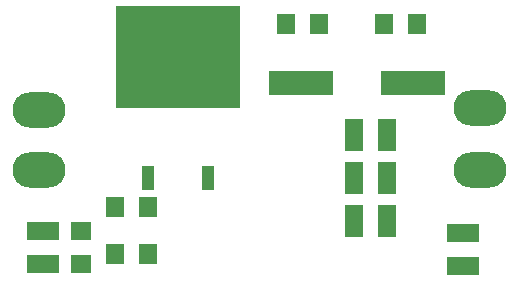
<source format=gbp>
G04*
G04 #@! TF.GenerationSoftware,Altium Limited,Altium Designer,19.0.12 (326)*
G04*
G04 Layer_Color=128*
%FSLAX25Y25*%
%MOIN*%
G70*
G01*
G75*
%ADD31R,0.41732X0.33858*%
%ADD32R,0.03937X0.08268*%
%ADD33O,0.17717X0.11811*%
%ADD34R,0.21654X0.07874*%
%ADD35R,0.06299X0.10630*%
%ADD36R,0.06299X0.07087*%
%ADD37R,0.10630X0.06299*%
%ADD38R,0.07087X0.06299*%
D31*
X156000Y475500D02*
D03*
D32*
X146000Y435146D02*
D03*
X166000D02*
D03*
D33*
X256500Y458500D02*
D03*
Y438000D02*
D03*
X109500Y458000D02*
D03*
Y438000D02*
D03*
D34*
X234201Y467000D02*
D03*
X196799D02*
D03*
D35*
X214488Y435140D02*
D03*
X225512D02*
D03*
X214488Y449500D02*
D03*
X225512D02*
D03*
X214488Y421000D02*
D03*
X225512D02*
D03*
D36*
X146012Y425500D02*
D03*
X134988D02*
D03*
X146012Y410000D02*
D03*
X134988D02*
D03*
X203012Y486500D02*
D03*
X191988D02*
D03*
X235512D02*
D03*
X224488D02*
D03*
D37*
X251000Y417012D02*
D03*
Y405988D02*
D03*
X111000Y406488D02*
D03*
Y417512D02*
D03*
D38*
X123500D02*
D03*
Y406488D02*
D03*
M02*

</source>
